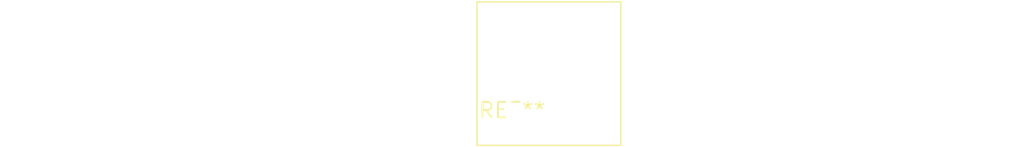
<source format=kicad_pcb>
(kicad_pcb (version 20240108) (generator pcbnew)
  (layers (0 "F.Cu" signal) (31 "B.Cu" signal) (34 "B.Paste" user) (35 "F.Paste" user) (36 "B.SilkS" user "B.Silkscreen") (37 "F.SilkS" user "F.Silkscreen") (38 "B.Mask" user) (39 "F.Mask" user) (44 "Edge.Cuts" user))
  (net 0 "")
  (footprint "L_Radial_L11.5mm_W11.5mm_Px6.00mm_Py6.00mm_Neosid_NE-CPB-11EN_Drill1.3mm" (layer "F.Cu") (at 0 0)
    (property "Reference" "REF**")
    (property "Value" "L_Radial_L11.5mm_W11.5mm_Px6.00mm_Py6.00mm_Neosid_NE-CPB-11EN_Drill1.3mm")
    (fp_line (start -2.87 -8.87) (end -2.87 2.87) (layer "F.SilkS") (stroke (width 0.12)))
    (fp_line (start -2.87 -8.87) (end 8.87 -8.87) (layer "F.SilkS") (stroke (width 0.12)))
    (fp_line (start -2.87 2.87) (end 8.87 2.87) (layer "F.SilkS") (stroke (width 0.12)))
    (fp_line (start 8.87 -8.87) (end 8.87 2.87) (layer "F.SilkS") (stroke (width 0.12)))
    (pad "1" thru_hole circle (at 0 0) (size 2.6 2.6) (drill 1.3) (layers *.Cu *.Mask) (remove_unused_layers))
    (pad "2" thru_hole circle (at 6 -6) (size 2.6 2.6) (drill 1.3) (layers *.Cu *.Mask) (remove_unused_layers))
  )
)
</source>
